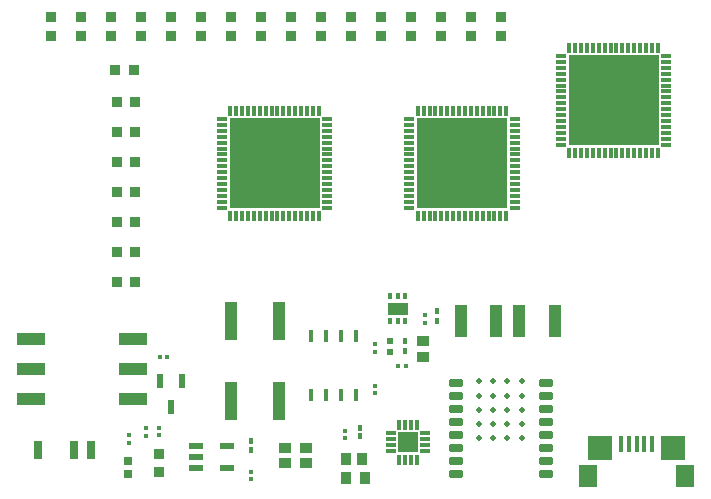
<source format=gbr>
G04 EAGLE Gerber RS-274X export*
G75*
%MOMM*%
%FSLAX34Y34*%
%LPD*%
%INSolderpaste Top*%
%IPPOS*%
%AMOC8*
5,1,8,0,0,1.08239X$1,22.5*%
G01*
%ADD10R,0.420000X0.460000*%
%ADD11R,0.620000X0.600000*%
%ADD12R,1.020000X0.870000*%
%ADD13R,0.870000X1.020000*%
%ADD14R,0.330000X0.365000*%
%ADD15R,0.365000X0.330000*%
%ADD16R,0.350000X0.600000*%
%ADD17R,1.700000X1.100000*%
%ADD18R,0.850000X0.300000*%
%ADD19R,0.300000X0.850000*%
%ADD20R,7.700000X7.700000*%
%ADD21R,0.600000X1.200000*%
%ADD22R,0.700000X0.700000*%
%ADD23R,0.950000X0.950000*%
%ADD24R,0.950000X0.900000*%
%ADD25R,0.900000X0.950000*%
%ADD26R,0.440000X0.420000*%
%ADD27R,0.950000X1.000000*%
%ADD28R,0.400000X0.625000*%
%ADD29R,0.350000X0.525000*%
%ADD30R,0.420000X0.440000*%
%ADD31R,1.100000X2.700000*%
%ADD32R,2.440000X1.130000*%
%ADD33R,1.000000X3.200000*%
%ADD34R,0.700000X1.500000*%
%ADD35R,0.400000X1.000000*%
%ADD36R,2.100000X2.000000*%
%ADD37R,1.600000X1.900000*%
%ADD38R,0.400000X1.350000*%
%ADD39C,0.345000*%
%ADD40C,0.500000*%
%ADD41R,1.270000X0.558800*%
%ADD42R,0.304800X0.812800*%
%ADD43R,0.812800X0.304800*%
%ADD44R,1.701800X1.701800*%
%ADD45R,1.100000X0.900000*%


D10*
X-255270Y206250D03*
X-255270Y212850D03*
X-297180Y182120D03*
X-297180Y188720D03*
D11*
X-284480Y191290D03*
X-284480Y182090D03*
D12*
X-256540Y190950D03*
X-256540Y177350D03*
D13*
X-321760Y91440D03*
X-308160Y91440D03*
D14*
X-480060Y111480D03*
X-480060Y117120D03*
X-322580Y114580D03*
X-322580Y108940D03*
X-402590Y74650D03*
X-402590Y80290D03*
X-297180Y152680D03*
X-297180Y147040D03*
D15*
X-473430Y177800D03*
X-479070Y177800D03*
D16*
X-284630Y207940D03*
X-278130Y207940D03*
X-271630Y207940D03*
X-271630Y228940D03*
X-278130Y228940D03*
X-284630Y228940D03*
D17*
X-278130Y218440D03*
D18*
X-426770Y379130D03*
X-426770Y374130D03*
X-426770Y369130D03*
X-426770Y364130D03*
X-426770Y359130D03*
X-426770Y354130D03*
X-426770Y349130D03*
X-426770Y344130D03*
X-426770Y339130D03*
X-426770Y334130D03*
X-426770Y329130D03*
X-426770Y324130D03*
X-426770Y319130D03*
X-426770Y314130D03*
X-426770Y309130D03*
X-426770Y304130D03*
D19*
X-419770Y297130D03*
X-414770Y297130D03*
X-409770Y297130D03*
X-404770Y297130D03*
X-399770Y297130D03*
X-394770Y297130D03*
X-389770Y297130D03*
X-384770Y297130D03*
X-379770Y297130D03*
X-374770Y297130D03*
X-369770Y297130D03*
X-364770Y297130D03*
X-359770Y297130D03*
X-354770Y297130D03*
X-349770Y297130D03*
X-344770Y297130D03*
D18*
X-337770Y304130D03*
X-337770Y309130D03*
X-337770Y314130D03*
X-337770Y319130D03*
X-337770Y324130D03*
X-337770Y329130D03*
X-337770Y334130D03*
X-337770Y339130D03*
X-337770Y344130D03*
X-337770Y349130D03*
X-337770Y354130D03*
X-337770Y359130D03*
X-337770Y364130D03*
X-337770Y369130D03*
X-337770Y374130D03*
X-337770Y379130D03*
D19*
X-344770Y386130D03*
X-349770Y386130D03*
X-354770Y386130D03*
X-359770Y386130D03*
X-364770Y386130D03*
X-369770Y386130D03*
X-374770Y386130D03*
X-379770Y386130D03*
X-384770Y386130D03*
X-389770Y386130D03*
X-394770Y386130D03*
X-399770Y386130D03*
X-404770Y386130D03*
X-409770Y386130D03*
X-414770Y386130D03*
X-419770Y386130D03*
D20*
X-382270Y341630D03*
D18*
X-139750Y432470D03*
X-139750Y427470D03*
X-139750Y422470D03*
X-139750Y417470D03*
X-139750Y412470D03*
X-139750Y407470D03*
X-139750Y402470D03*
X-139750Y397470D03*
X-139750Y392470D03*
X-139750Y387470D03*
X-139750Y382470D03*
X-139750Y377470D03*
X-139750Y372470D03*
X-139750Y367470D03*
X-139750Y362470D03*
X-139750Y357470D03*
D19*
X-132750Y350470D03*
X-127750Y350470D03*
X-122750Y350470D03*
X-117750Y350470D03*
X-112750Y350470D03*
X-107750Y350470D03*
X-102750Y350470D03*
X-97750Y350470D03*
X-92750Y350470D03*
X-87750Y350470D03*
X-82750Y350470D03*
X-77750Y350470D03*
X-72750Y350470D03*
X-67750Y350470D03*
X-62750Y350470D03*
X-57750Y350470D03*
D18*
X-50750Y357470D03*
X-50750Y362470D03*
X-50750Y367470D03*
X-50750Y372470D03*
X-50750Y377470D03*
X-50750Y382470D03*
X-50750Y387470D03*
X-50750Y392470D03*
X-50750Y397470D03*
X-50750Y402470D03*
X-50750Y407470D03*
X-50750Y412470D03*
X-50750Y417470D03*
X-50750Y422470D03*
X-50750Y427470D03*
X-50750Y432470D03*
D19*
X-57750Y439470D03*
X-62750Y439470D03*
X-67750Y439470D03*
X-72750Y439470D03*
X-77750Y439470D03*
X-82750Y439470D03*
X-87750Y439470D03*
X-92750Y439470D03*
X-97750Y439470D03*
X-102750Y439470D03*
X-107750Y439470D03*
X-112750Y439470D03*
X-117750Y439470D03*
X-122750Y439470D03*
X-127750Y439470D03*
X-132750Y439470D03*
D20*
X-95250Y394970D03*
D21*
X-460400Y157050D03*
X-479400Y157050D03*
X-469900Y135050D03*
D18*
X-268020Y379130D03*
X-268020Y374130D03*
X-268020Y369130D03*
X-268020Y364130D03*
X-268020Y359130D03*
X-268020Y354130D03*
X-268020Y349130D03*
X-268020Y344130D03*
X-268020Y339130D03*
X-268020Y334130D03*
X-268020Y329130D03*
X-268020Y324130D03*
X-268020Y319130D03*
X-268020Y314130D03*
X-268020Y309130D03*
X-268020Y304130D03*
D19*
X-261020Y297130D03*
X-256020Y297130D03*
X-251020Y297130D03*
X-246020Y297130D03*
X-241020Y297130D03*
X-236020Y297130D03*
X-231020Y297130D03*
X-226020Y297130D03*
X-221020Y297130D03*
X-216020Y297130D03*
X-211020Y297130D03*
X-206020Y297130D03*
X-201020Y297130D03*
X-196020Y297130D03*
X-191020Y297130D03*
X-186020Y297130D03*
D18*
X-179020Y304130D03*
X-179020Y309130D03*
X-179020Y314130D03*
X-179020Y319130D03*
X-179020Y324130D03*
X-179020Y329130D03*
X-179020Y334130D03*
X-179020Y339130D03*
X-179020Y344130D03*
X-179020Y349130D03*
X-179020Y354130D03*
X-179020Y359130D03*
X-179020Y364130D03*
X-179020Y369130D03*
X-179020Y374130D03*
X-179020Y379130D03*
D19*
X-186020Y386130D03*
X-191020Y386130D03*
X-196020Y386130D03*
X-201020Y386130D03*
X-206020Y386130D03*
X-211020Y386130D03*
X-216020Y386130D03*
X-221020Y386130D03*
X-226020Y386130D03*
X-231020Y386130D03*
X-236020Y386130D03*
X-241020Y386130D03*
X-246020Y386130D03*
X-251020Y386130D03*
X-256020Y386130D03*
X-261020Y386130D03*
D20*
X-223520Y341630D03*
D22*
X-506730Y78320D03*
X-506730Y89320D03*
D23*
X-480060Y80130D03*
X-480060Y95130D03*
D24*
X-190500Y465200D03*
X-190500Y449200D03*
X-215900Y465200D03*
X-215900Y449200D03*
X-241300Y465200D03*
X-241300Y449200D03*
X-266700Y465200D03*
X-266700Y449200D03*
X-292100Y465200D03*
X-292100Y449200D03*
X-317500Y465200D03*
X-317500Y449200D03*
X-342900Y465200D03*
X-342900Y449200D03*
X-368300Y465200D03*
X-368300Y449200D03*
X-393700Y465200D03*
X-393700Y449200D03*
X-419100Y465200D03*
X-419100Y449200D03*
X-444500Y465200D03*
X-444500Y449200D03*
X-469900Y465200D03*
X-469900Y449200D03*
X-495300Y465200D03*
X-495300Y449200D03*
X-520700Y465200D03*
X-520700Y449200D03*
X-546100Y465200D03*
X-546100Y449200D03*
X-571500Y465200D03*
X-571500Y449200D03*
D25*
X-516000Y241300D03*
X-500000Y241300D03*
X-517270Y420370D03*
X-501270Y420370D03*
X-516000Y393700D03*
X-500000Y393700D03*
X-516000Y368300D03*
X-500000Y368300D03*
X-516000Y342900D03*
X-500000Y342900D03*
X-516000Y317500D03*
X-500000Y317500D03*
X-516000Y292100D03*
X-500000Y292100D03*
X-516000Y266700D03*
X-500000Y266700D03*
D26*
X-277720Y170180D03*
X-270920Y170180D03*
D27*
X-305690Y74930D03*
X-321690Y74930D03*
D28*
X-245110Y207970D03*
X-245110Y216210D03*
X-271780Y190810D03*
X-271780Y182570D03*
D29*
X-309880Y117920D03*
X-309880Y110680D03*
X-402590Y99250D03*
X-402590Y106490D03*
D30*
X-491490Y110900D03*
X-491490Y117700D03*
X-505460Y104550D03*
X-505460Y111350D03*
D31*
X-194550Y208280D03*
X-224550Y208280D03*
X-175020Y208280D03*
X-145020Y208280D03*
D32*
X-588134Y193040D03*
X-588134Y167640D03*
X-588134Y142240D03*
X-502034Y142240D03*
X-502034Y167640D03*
X-502034Y193040D03*
D33*
X-418780Y139990D03*
X-378780Y139990D03*
X-378780Y207990D03*
X-418780Y207990D03*
D34*
X-582450Y99060D03*
X-552450Y99060D03*
X-537450Y99060D03*
D35*
X-339090Y195180D03*
X-326390Y195180D03*
X-351790Y195180D03*
X-313690Y195180D03*
X-339090Y145180D03*
X-326390Y145180D03*
X-351790Y145180D03*
X-313690Y145180D03*
D36*
X-106692Y100462D03*
X-44692Y100462D03*
D37*
X-116692Y76962D03*
X-34692Y76962D03*
D38*
X-88692Y103712D03*
X-82192Y103712D03*
X-75692Y103712D03*
X-69192Y103712D03*
X-62692Y103712D03*
D39*
X-148075Y77205D02*
X-156525Y77205D01*
X-156525Y80655D01*
X-148075Y80655D01*
X-148075Y77205D01*
X-148075Y80482D02*
X-156525Y80482D01*
X-156525Y91655D02*
X-148075Y91655D01*
X-148075Y88205D01*
X-156525Y88205D01*
X-156525Y91655D01*
X-156525Y91482D02*
X-148075Y91482D01*
X-148075Y102655D02*
X-156525Y102655D01*
X-148075Y102655D02*
X-148075Y99205D01*
X-156525Y99205D01*
X-156525Y102655D01*
X-156525Y102482D02*
X-148075Y102482D01*
X-148075Y113655D02*
X-156525Y113655D01*
X-148075Y113655D02*
X-148075Y110205D01*
X-156525Y110205D01*
X-156525Y113655D01*
X-156525Y113482D02*
X-148075Y113482D01*
X-148075Y124655D02*
X-156525Y124655D01*
X-148075Y124655D02*
X-148075Y121205D01*
X-156525Y121205D01*
X-156525Y124655D01*
X-156525Y124482D02*
X-148075Y124482D01*
X-148075Y135655D02*
X-156525Y135655D01*
X-148075Y135655D02*
X-148075Y132205D01*
X-156525Y132205D01*
X-156525Y135655D01*
X-156525Y135482D02*
X-148075Y135482D01*
X-148075Y146655D02*
X-156525Y146655D01*
X-148075Y146655D02*
X-148075Y143205D01*
X-156525Y143205D01*
X-156525Y146655D01*
X-156525Y146482D02*
X-148075Y146482D01*
X-148075Y157655D02*
X-156525Y157655D01*
X-148075Y157655D02*
X-148075Y154205D01*
X-156525Y154205D01*
X-156525Y157655D01*
X-156525Y157482D02*
X-148075Y157482D01*
X-224475Y157655D02*
X-232925Y157655D01*
X-224475Y157655D02*
X-224475Y154205D01*
X-232925Y154205D01*
X-232925Y157655D01*
X-232925Y157482D02*
X-224475Y157482D01*
X-224475Y146655D02*
X-232925Y146655D01*
X-224475Y146655D02*
X-224475Y143205D01*
X-232925Y143205D01*
X-232925Y146655D01*
X-232925Y146482D02*
X-224475Y146482D01*
X-224475Y135655D02*
X-232925Y135655D01*
X-224475Y135655D02*
X-224475Y132205D01*
X-232925Y132205D01*
X-232925Y135655D01*
X-232925Y135482D02*
X-224475Y135482D01*
X-224475Y124655D02*
X-232925Y124655D01*
X-224475Y124655D02*
X-224475Y121205D01*
X-232925Y121205D01*
X-232925Y124655D01*
X-232925Y124482D02*
X-224475Y124482D01*
X-224475Y113655D02*
X-232925Y113655D01*
X-224475Y113655D02*
X-224475Y110205D01*
X-232925Y110205D01*
X-232925Y113655D01*
X-232925Y113482D02*
X-224475Y113482D01*
X-224475Y102655D02*
X-232925Y102655D01*
X-224475Y102655D02*
X-224475Y99205D01*
X-232925Y99205D01*
X-232925Y102655D01*
X-232925Y102482D02*
X-224475Y102482D01*
X-224475Y91655D02*
X-232925Y91655D01*
X-224475Y91655D02*
X-224475Y88205D01*
X-232925Y88205D01*
X-232925Y91655D01*
X-232925Y91482D02*
X-224475Y91482D01*
X-224475Y80655D02*
X-232925Y80655D01*
X-224475Y80655D02*
X-224475Y77205D01*
X-232925Y77205D01*
X-232925Y80655D01*
X-232925Y80482D02*
X-224475Y80482D01*
D40*
X-173000Y156920D03*
X-185000Y156920D03*
X-197000Y156920D03*
X-209000Y156920D03*
X-173000Y144920D03*
X-185000Y144920D03*
X-197000Y144920D03*
X-209000Y144920D03*
X-173000Y132920D03*
X-185000Y132920D03*
X-197000Y132920D03*
X-209000Y132920D03*
X-173000Y120920D03*
X-185000Y120920D03*
X-197000Y120920D03*
X-209000Y120920D03*
X-173000Y108920D03*
X-185000Y108920D03*
X-197000Y108920D03*
X-209000Y108920D03*
D41*
X-448564Y102108D03*
X-448564Y92710D03*
X-448564Y83312D03*
X-422656Y83312D03*
X-422656Y102108D03*
D42*
X-261620Y120142D03*
X-266700Y120142D03*
X-271780Y120142D03*
X-276860Y120142D03*
D43*
X-283972Y113030D03*
X-283972Y107950D03*
X-283972Y102870D03*
X-283972Y97790D03*
D42*
X-276860Y90678D03*
X-271780Y90678D03*
X-266700Y90678D03*
X-261620Y90678D03*
D43*
X-254508Y97790D03*
X-254508Y102870D03*
X-254508Y107950D03*
X-254508Y113030D03*
D44*
X-269240Y105410D03*
D45*
X-372990Y87480D03*
X-355990Y87480D03*
X-355990Y100480D03*
X-372990Y100480D03*
M02*

</source>
